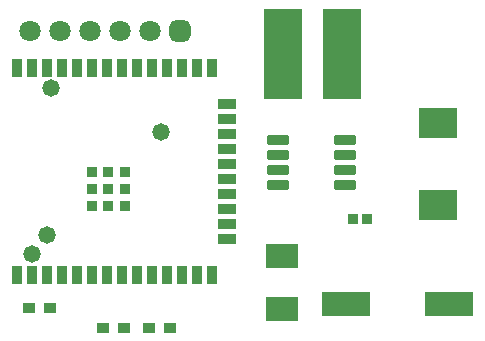
<source format=gts>
G04*
G04 #@! TF.GenerationSoftware,Altium Limited,Altium Designer,24.2.2 (26)*
G04*
G04 Layer_Color=8388736*
%FSLAX44Y44*%
%MOMM*%
G71*
G04*
G04 #@! TF.SameCoordinates,4FBEA47C-08EE-4C05-AA3B-087DA5EAA6FD*
G04*
G04*
G04 #@! TF.FilePolarity,Negative*
G04*
G01*
G75*
%ADD15R,3.3000X2.5000*%
%ADD16R,4.1000X2.0000*%
%ADD17R,0.8578X0.8621*%
%ADD18R,2.8000X2.0000*%
%ADD19R,1.0000X0.9000*%
%ADD20R,0.9000X0.9000*%
%ADD21R,1.5000X0.9000*%
%ADD22R,0.9000X1.5000*%
%ADD25R,3.2032X7.7032*%
G04:AMPARAMS|DCode=26|XSize=0.8532mm|YSize=1.8532mm|CornerRadius=0.1504mm|HoleSize=0mm|Usage=FLASHONLY|Rotation=90.000|XOffset=0mm|YOffset=0mm|HoleType=Round|Shape=RoundedRectangle|*
%AMROUNDEDRECTD26*
21,1,0.8532,1.5525,0,0,90.0*
21,1,0.5525,1.8532,0,0,90.0*
1,1,0.3007,0.7763,0.2763*
1,1,0.3007,0.7763,-0.2763*
1,1,0.3007,-0.7763,-0.2763*
1,1,0.3007,-0.7763,0.2763*
%
%ADD26ROUNDEDRECTD26*%
%ADD27C,1.8032*%
G04:AMPARAMS|DCode=28|XSize=1.8032mm|YSize=1.8032mm|CornerRadius=0.5016mm|HoleSize=0mm|Usage=FLASHONLY|Rotation=180.000|XOffset=0mm|YOffset=0mm|HoleType=Round|Shape=RoundedRectangle|*
%AMROUNDEDRECTD28*
21,1,1.8032,0.8000,0,0,180.0*
21,1,0.8000,1.8032,0,0,180.0*
1,1,1.0032,-0.4000,0.4000*
1,1,1.0032,0.4000,0.4000*
1,1,1.0032,0.4000,-0.4000*
1,1,1.0032,-0.4000,-0.4000*
%
%ADD28ROUNDEDRECTD28*%
%ADD29C,1.4732*%
D15*
X367776Y137728D02*
D03*
Y206728D02*
D03*
D16*
X377240Y53864D02*
D03*
X290240D02*
D03*
D17*
X295460Y125746D02*
D03*
X307504D02*
D03*
D18*
X235442Y94398D02*
D03*
Y49398D02*
D03*
D19*
X39226Y50038D02*
D03*
X21226D02*
D03*
X102218Y33782D02*
D03*
X84218D02*
D03*
X140716D02*
D03*
X122716D02*
D03*
D20*
X102362Y165100D02*
D03*
Y151100D02*
D03*
Y137100D02*
D03*
X88362Y165100D02*
D03*
Y151100D02*
D03*
Y137100D02*
D03*
X74362Y165100D02*
D03*
Y151100D02*
D03*
Y137100D02*
D03*
D21*
X188762Y223250D02*
D03*
Y210550D02*
D03*
Y197850D02*
D03*
Y185150D02*
D03*
Y172450D02*
D03*
Y159750D02*
D03*
Y147050D02*
D03*
Y134350D02*
D03*
Y121650D02*
D03*
Y108950D02*
D03*
D22*
X11162Y253600D02*
D03*
X23862D02*
D03*
X36562D02*
D03*
X49262D02*
D03*
X61962D02*
D03*
X74662D02*
D03*
X87362D02*
D03*
X100062D02*
D03*
X112762D02*
D03*
X125462D02*
D03*
X138162D02*
D03*
X150862D02*
D03*
X163562D02*
D03*
X176262D02*
D03*
Y78600D02*
D03*
X163562D02*
D03*
X150862D02*
D03*
X138162D02*
D03*
X125462D02*
D03*
X112762D02*
D03*
X100062D02*
D03*
X87362D02*
D03*
X74662D02*
D03*
X61962D02*
D03*
X49262D02*
D03*
X36562D02*
D03*
X23862D02*
D03*
X11162D02*
D03*
D25*
X236096Y265700D02*
D03*
X286096D02*
D03*
D26*
X288838Y154702D02*
D03*
Y167402D02*
D03*
Y180102D02*
D03*
Y192802D02*
D03*
X232338Y154702D02*
D03*
Y167402D02*
D03*
Y180102D02*
D03*
Y192802D02*
D03*
D27*
X22352Y284734D02*
D03*
X47752D02*
D03*
X98552D02*
D03*
X123952D02*
D03*
X73152D02*
D03*
D28*
X149352D02*
D03*
D29*
X23862Y96280D02*
D03*
X36562Y112014D02*
D03*
X39744Y236354D02*
D03*
X133463Y199023D02*
D03*
M02*

</source>
